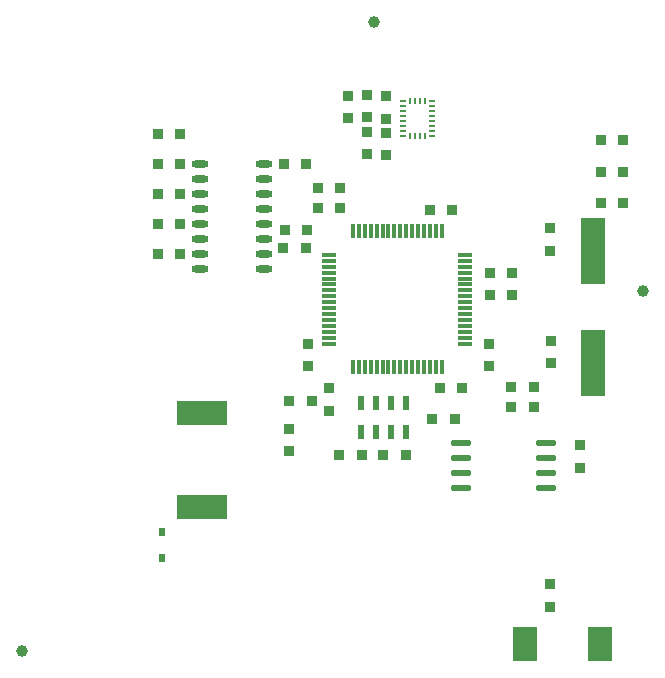
<source format=gtp>
G04*
G04 #@! TF.GenerationSoftware,Altium Limited,Altium Designer,20.2.6 (244)*
G04*
G04 Layer_Color=8421504*
%FSLAX44Y44*%
%MOMM*%
G71*
G04*
G04 #@! TF.SameCoordinates,C4BD39D4-7D46-4A15-92C5-5DF00FED93ED*
G04*
G04*
G04 #@! TF.FilePolarity,Positive*
G04*
G01*
G75*
%ADD15R,0.9000X0.9000*%
%ADD16R,4.2000X2.0000*%
%ADD17R,0.9000X0.9000*%
%ADD18R,0.5000X0.8000*%
%ADD19R,0.3000X1.2000*%
%ADD20R,1.2000X0.3000*%
G04:AMPARAMS|DCode=21|XSize=1.61mm|YSize=0.58mm|CornerRadius=0.145mm|HoleSize=0mm|Usage=FLASHONLY|Rotation=0.000|XOffset=0mm|YOffset=0mm|HoleType=Round|Shape=RoundedRectangle|*
%AMROUNDEDRECTD21*
21,1,1.6100,0.2900,0,0,0.0*
21,1,1.3200,0.5800,0,0,0.0*
1,1,0.2900,0.6600,-0.1450*
1,1,0.2900,-0.6600,-0.1450*
1,1,0.2900,-0.6600,0.1450*
1,1,0.2900,0.6600,0.1450*
%
%ADD21ROUNDEDRECTD21*%
%ADD22R,2.0000X3.0000*%
%ADD23R,0.5300X1.3100*%
%ADD24O,1.4500X0.6000*%
%ADD25R,0.5300X0.2800*%
%ADD26R,0.2800X0.5300*%
%ADD27R,2.1000X5.6000*%
%ADD28C,1.0000*%
D15*
X248500Y239000D02*
D03*
X267500D02*
D03*
X388500Y224000D02*
D03*
X369500D02*
D03*
X291501Y402520D02*
D03*
X272500D02*
D03*
X291500Y419000D02*
D03*
X272500D02*
D03*
X455500Y233958D02*
D03*
X436500D02*
D03*
X436458Y251000D02*
D03*
X455458D02*
D03*
X512340Y406400D02*
D03*
X531340D02*
D03*
X512340Y433070D02*
D03*
X531340D02*
D03*
X512340Y459740D02*
D03*
X531340D02*
D03*
X367501Y400520D02*
D03*
X386501D02*
D03*
X395000Y250000D02*
D03*
X376000D02*
D03*
X156210Y439420D02*
D03*
X137210D02*
D03*
X310000Y193000D02*
D03*
X291000D02*
D03*
X328000Y193000D02*
D03*
X347000D02*
D03*
X137210Y464820D02*
D03*
X156210D02*
D03*
X137210Y414020D02*
D03*
X156210D02*
D03*
X243840Y439420D02*
D03*
X262840D02*
D03*
X156210Y388620D02*
D03*
X137210D02*
D03*
X156210Y363220D02*
D03*
X137210D02*
D03*
X243500Y368000D02*
D03*
X262500D02*
D03*
X244500Y384000D02*
D03*
X263500D02*
D03*
D16*
X175000Y229000D02*
D03*
Y149000D02*
D03*
D17*
X248000Y196500D02*
D03*
Y215500D02*
D03*
X469000Y83500D02*
D03*
Y64500D02*
D03*
X495000Y182500D02*
D03*
Y201500D02*
D03*
X298000Y497500D02*
D03*
Y478500D02*
D03*
X330000Y466000D02*
D03*
Y447000D02*
D03*
X418501Y347520D02*
D03*
Y328520D02*
D03*
X437500Y347520D02*
D03*
Y328520D02*
D03*
X470500Y290020D02*
D03*
Y271020D02*
D03*
X469501Y385020D02*
D03*
Y366020D02*
D03*
X282501Y249520D02*
D03*
Y230520D02*
D03*
X264501Y287520D02*
D03*
Y268520D02*
D03*
X417501Y287520D02*
D03*
Y268520D02*
D03*
X314000Y467000D02*
D03*
Y448000D02*
D03*
Y479000D02*
D03*
Y498000D02*
D03*
X330000Y478000D02*
D03*
Y497000D02*
D03*
D18*
X141000Y106000D02*
D03*
Y128000D02*
D03*
D19*
X377500Y267500D02*
D03*
X372501D02*
D03*
X367501D02*
D03*
X362500D02*
D03*
X357501D02*
D03*
X352500D02*
D03*
X347500D02*
D03*
X342501D02*
D03*
X337500D02*
D03*
X332501D02*
D03*
X327500D02*
D03*
X322500D02*
D03*
X317501D02*
D03*
X312500D02*
D03*
X307501D02*
D03*
X302501D02*
D03*
Y382500D02*
D03*
X307501D02*
D03*
X312500D02*
D03*
X317501D02*
D03*
X322500D02*
D03*
X327500D02*
D03*
X332501D02*
D03*
X337500D02*
D03*
X342501D02*
D03*
X347500D02*
D03*
X352500D02*
D03*
X357501D02*
D03*
X362500D02*
D03*
X367501D02*
D03*
X372501D02*
D03*
X377500D02*
D03*
D20*
X282501Y287500D02*
D03*
Y292500D02*
D03*
Y297500D02*
D03*
Y302500D02*
D03*
Y307500D02*
D03*
Y312500D02*
D03*
Y317500D02*
D03*
Y322500D02*
D03*
Y327500D02*
D03*
Y332500D02*
D03*
Y337500D02*
D03*
Y342500D02*
D03*
Y347500D02*
D03*
Y352500D02*
D03*
Y357500D02*
D03*
Y362500D02*
D03*
X397501D02*
D03*
Y357500D02*
D03*
Y352500D02*
D03*
Y347500D02*
D03*
Y342500D02*
D03*
Y337500D02*
D03*
Y332500D02*
D03*
Y327500D02*
D03*
Y322500D02*
D03*
Y317500D02*
D03*
Y312500D02*
D03*
Y307500D02*
D03*
Y302500D02*
D03*
Y297500D02*
D03*
Y292500D02*
D03*
Y287500D02*
D03*
D21*
X393950Y203050D02*
D03*
Y190350D02*
D03*
Y177650D02*
D03*
Y164950D02*
D03*
X466050D02*
D03*
Y177650D02*
D03*
Y190350D02*
D03*
Y203050D02*
D03*
D22*
X448000Y33000D02*
D03*
X512000D02*
D03*
D23*
X322000Y237000D02*
D03*
X334500D02*
D03*
X347000D02*
D03*
Y213000D02*
D03*
X334500D02*
D03*
X322000D02*
D03*
X309500Y237000D02*
D03*
Y213000D02*
D03*
D24*
X227500Y350500D02*
D03*
Y363200D02*
D03*
Y375900D02*
D03*
Y388600D02*
D03*
Y401300D02*
D03*
Y414000D02*
D03*
Y426700D02*
D03*
Y439400D02*
D03*
X173000Y350500D02*
D03*
Y363200D02*
D03*
Y375900D02*
D03*
Y388600D02*
D03*
Y401300D02*
D03*
Y414000D02*
D03*
Y426700D02*
D03*
Y439400D02*
D03*
D25*
X344800Y462950D02*
D03*
X369200D02*
D03*
Y467250D02*
D03*
Y471550D02*
D03*
Y475850D02*
D03*
Y480150D02*
D03*
Y484450D02*
D03*
Y488750D02*
D03*
Y493050D02*
D03*
X344800D02*
D03*
Y488750D02*
D03*
Y484450D02*
D03*
Y480150D02*
D03*
Y475850D02*
D03*
Y471550D02*
D03*
Y467250D02*
D03*
D26*
X350550Y463300D02*
D03*
X354850D02*
D03*
X359150D02*
D03*
X363450D02*
D03*
Y492700D02*
D03*
X359150D02*
D03*
X354850D02*
D03*
X350550D02*
D03*
D27*
X505793Y271020D02*
D03*
Y366020D02*
D03*
D28*
X22000Y27000D02*
D03*
X548000Y332000D02*
D03*
X320000Y560000D02*
D03*
M02*

</source>
